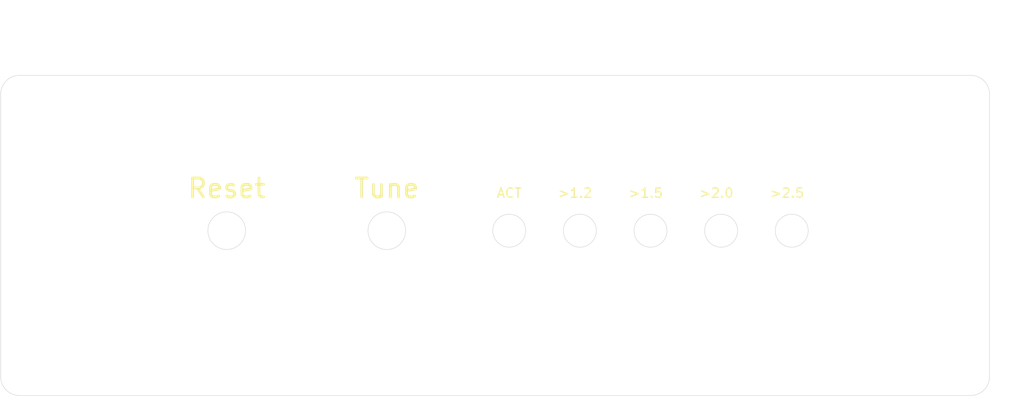
<source format=kicad_pcb>
(kicad_pcb (version 20171130) (host pcbnew 5.1.5+dfsg1-2build2)

  (general
    (thickness 1.6)
    (drawings 30)
    (tracks 0)
    (zones 0)
    (modules 4)
    (nets 1)
  )

  (page A4)
  (title_block
    (title Front)
    (date 2020-12-23)
    (rev "Rev. 0")
    (company DM3MAT)
  )

  (layers
    (0 F.Cu signal)
    (1 In1.Cu power hide)
    (2 In2.Cu power hide)
    (31 B.Cu signal)
    (32 B.Adhes user)
    (33 F.Adhes user)
    (34 B.Paste user)
    (35 F.Paste user)
    (36 B.SilkS user)
    (37 F.SilkS user)
    (38 B.Mask user)
    (39 F.Mask user)
    (40 Dwgs.User user)
    (41 Cmts.User user)
    (42 Eco1.User user)
    (43 Eco2.User user)
    (44 Edge.Cuts user)
    (45 Margin user)
    (46 B.CrtYd user)
    (47 F.CrtYd user)
    (48 B.Fab user)
    (49 F.Fab user)
  )

  (setup
    (last_trace_width 0.25)
    (trace_clearance 0.2)
    (zone_clearance 0.508)
    (zone_45_only no)
    (trace_min 0.2)
    (via_size 0.8)
    (via_drill 0.4)
    (via_min_size 0.4)
    (via_min_drill 0.3)
    (uvia_size 0.3)
    (uvia_drill 0.1)
    (uvias_allowed no)
    (uvia_min_size 0.2)
    (uvia_min_drill 0.1)
    (edge_width 0.05)
    (segment_width 0.2)
    (pcb_text_width 0.3)
    (pcb_text_size 1.5 1.5)
    (mod_edge_width 0.12)
    (mod_text_size 1 1)
    (mod_text_width 0.15)
    (pad_size 1.524 1.524)
    (pad_drill 0.762)
    (pad_to_mask_clearance 0.051)
    (solder_mask_min_width 0.25)
    (aux_axis_origin 205 100)
    (grid_origin 205 100)
    (visible_elements FFFFFF7F)
    (pcbplotparams
      (layerselection 0x010fc_ffffffff)
      (usegerberextensions false)
      (usegerberattributes false)
      (usegerberadvancedattributes false)
      (creategerberjobfile false)
      (excludeedgelayer true)
      (linewidth 0.100000)
      (plotframeref false)
      (viasonmask false)
      (mode 1)
      (useauxorigin false)
      (hpglpennumber 1)
      (hpglpenspeed 20)
      (hpglpendiameter 15.000000)
      (psnegative false)
      (psa4output false)
      (plotreference true)
      (plotvalue true)
      (plotinvisibletext false)
      (padsonsilk false)
      (subtractmaskfromsilk false)
      (outputformat 1)
      (mirror false)
      (drillshape 1)
      (scaleselection 1)
      (outputdirectory ""))
  )

  (net 0 "")

  (net_class Default "Dies ist die voreingestellte Netzklasse."
    (clearance 0.2)
    (trace_width 0.25)
    (via_dia 0.8)
    (via_drill 0.4)
    (uvia_dia 0.3)
    (uvia_drill 0.1)
  )

  (net_class PWR ""
    (clearance 0.2)
    (trace_width 0.5)
    (via_dia 0.8)
    (via_drill 0.4)
    (uvia_dia 0.3)
    (uvia_drill 0.1)
  )

  (module MountingHole:MountingHole_3.2mm_M3 (layer F.Cu) (tedit 56D1B4CB) (tstamp 5FE396EA)
    (at 199 69.5)
    (descr "Mounting Hole 3.2mm, no annular, M3")
    (tags "mounting hole 3.2mm no annular m3")
    (path /5FE4E312)
    (attr virtual)
    (fp_text reference H4 (at 0 -4.2) (layer F.SilkS) hide
      (effects (font (size 1 1) (thickness 0.15)))
    )
    (fp_text value MountingHole (at 0 4.2) (layer F.Fab)
      (effects (font (size 1 1) (thickness 0.15)))
    )
    (fp_circle (center 0 0) (end 3.45 0) (layer F.CrtYd) (width 0.05))
    (fp_circle (center 0 0) (end 3.2 0) (layer Cmts.User) (width 0.15))
    (fp_text user %R (at 0.3 0) (layer F.Fab)
      (effects (font (size 1 1) (thickness 0.15)))
    )
    (pad 1 np_thru_hole circle (at 0 0) (size 3.2 3.2) (drill 3.2) (layers *.Cu *.Mask))
  )

  (module MountingHole:MountingHole_3.2mm_M3 (layer F.Cu) (tedit 56D1B4CB) (tstamp 5FE39685)
    (at 106 69.5)
    (descr "Mounting Hole 3.2mm, no annular, M3")
    (tags "mounting hole 3.2mm no annular m3")
    (path /5FE4E07F)
    (attr virtual)
    (fp_text reference H3 (at 0 -4.2) (layer F.SilkS) hide
      (effects (font (size 1 1) (thickness 0.15)))
    )
    (fp_text value MountingHole (at 0 4.2) (layer F.Fab)
      (effects (font (size 1 1) (thickness 0.15)))
    )
    (fp_circle (center 0 0) (end 3.45 0) (layer F.CrtYd) (width 0.05))
    (fp_circle (center 0 0) (end 3.2 0) (layer Cmts.User) (width 0.15))
    (fp_text user %R (at 0.3 0) (layer F.Fab)
      (effects (font (size 1 1) (thickness 0.15)))
    )
    (pad 1 np_thru_hole circle (at 0 0) (size 3.2 3.2) (drill 3.2) (layers *.Cu *.Mask))
  )

  (module MountingHole:MountingHole_3.2mm_M3 (layer F.Cu) (tedit 56D1B4CB) (tstamp 5FE396A2)
    (at 199 96.5)
    (descr "Mounting Hole 3.2mm, no annular, M3")
    (tags "mounting hole 3.2mm no annular m3")
    (path /5FE4DCE3)
    (attr virtual)
    (fp_text reference H2 (at 0 -4.2) (layer F.SilkS) hide
      (effects (font (size 1 1) (thickness 0.15)))
    )
    (fp_text value MountingHole (at 0 4.2) (layer F.Fab)
      (effects (font (size 1 1) (thickness 0.15)))
    )
    (fp_circle (center 0 0) (end 3.45 0) (layer F.CrtYd) (width 0.05))
    (fp_circle (center 0 0) (end 3.2 0) (layer Cmts.User) (width 0.15))
    (fp_text user %R (at 0.3 0) (layer F.Fab)
      (effects (font (size 1 1) (thickness 0.15)))
    )
    (pad 1 np_thru_hole circle (at 0 0) (size 3.2 3.2) (drill 3.2) (layers *.Cu *.Mask))
  )

  (module MountingHole:MountingHole_3.2mm_M3 (layer F.Cu) (tedit 56D1B4CB) (tstamp 5FE39652)
    (at 106 96.5)
    (descr "Mounting Hole 3.2mm, no annular, M3")
    (tags "mounting hole 3.2mm no annular m3")
    (path /5FE4DBB2)
    (attr virtual)
    (fp_text reference H1 (at 0 -4.2) (layer F.SilkS) hide
      (effects (font (size 1 1) (thickness 0.15)))
    )
    (fp_text value MountingHole (at 0 4.2) (layer F.Fab)
      (effects (font (size 1 1) (thickness 0.15)))
    )
    (fp_circle (center 0 0) (end 3.45 0) (layer F.CrtYd) (width 0.05))
    (fp_circle (center 0 0) (end 3.2 0) (layer Cmts.User) (width 0.15))
    (fp_text user %R (at 0.3 0) (layer F.Fab)
      (effects (font (size 1 1) (thickness 0.15)))
    )
    (pad 1 np_thru_hole circle (at 0 0) (size 3.2 3.2) (drill 3.2) (layers *.Cu *.Mask))
  )

  (gr_text >2.5 (at 183.5 78.5) (layer F.SilkS)
    (effects (font (size 1 1) (thickness 0.15)))
  )
  (gr_text >2.0 (at 176 78.5) (layer F.SilkS)
    (effects (font (size 1 1) (thickness 0.15)))
  )
  (gr_text >1.5 (at 168.5 78.5) (layer F.SilkS)
    (effects (font (size 1 1) (thickness 0.15)))
  )
  (gr_text >1.2 (at 161 78.5) (layer F.SilkS)
    (effects (font (size 1 1) (thickness 0.15)))
  )
  (gr_text ACT (at 154 78.5) (layer F.SilkS)
    (effects (font (size 1 1) (thickness 0.15)))
  )
  (gr_text Tune (at 141 78) (layer F.SilkS) (tstamp 5FE399DC)
    (effects (font (size 2 2) (thickness 0.3)))
  )
  (gr_text Reset (at 124 78) (layer F.SilkS)
    (effects (font (size 2 2) (thickness 0.3)))
  )
  (gr_circle (center 184 82.5) (end 185.75 82.5) (layer Edge.Cuts) (width 0.05) (tstamp 5FE39995))
  (gr_circle (center 176.5 82.5) (end 178.25 82.5) (layer Edge.Cuts) (width 0.05) (tstamp 5FE399D1))
  (gr_circle (center 169 82.5) (end 170.75 82.5) (layer Edge.Cuts) (width 0.05) (tstamp 5FE399CC))
  (gr_circle (center 161.5 82.5) (end 163.25 82.5) (layer Edge.Cuts) (width 0.05) (tstamp 5FE399C6))
  (gr_circle (center 154 82.5) (end 155.75 82.5) (layer Edge.Cuts) (width 0.05) (tstamp 5FE399C1))
  (gr_circle (center 141 82.5) (end 143 82.5) (layer Edge.Cuts) (width 0.05) (tstamp 5FE3998B))
  (gr_circle (center 124 82.5) (end 126 82.5) (layer Edge.Cuts) (width 0.05) (tstamp 5FE39984))
  (dimension 7.5 (width 0.15) (layer Dwgs.User)
    (gr_text "7,500 mm" (at 180.25 63.2) (layer Dwgs.User)
      (effects (font (size 1 1) (thickness 0.15)))
    )
    (feature1 (pts (xy 184 66) (xy 184 63.913579)))
    (feature2 (pts (xy 176.5 66) (xy 176.5 63.913579)))
    (crossbar (pts (xy 176.5 64.5) (xy 184 64.5)))
    (arrow1a (pts (xy 184 64.5) (xy 182.873496 65.086421)))
    (arrow1b (pts (xy 184 64.5) (xy 182.873496 63.913579)))
    (arrow2a (pts (xy 176.5 64.5) (xy 177.626504 65.086421)))
    (arrow2b (pts (xy 176.5 64.5) (xy 177.626504 63.913579)))
  )
  (dimension 7.5 (width 0.15) (layer Dwgs.User)
    (gr_text "7,500 mm" (at 172.75 63.2) (layer Dwgs.User)
      (effects (font (size 1 1) (thickness 0.15)))
    )
    (feature1 (pts (xy 176.5 66) (xy 176.5 63.913579)))
    (feature2 (pts (xy 169 66) (xy 169 63.913579)))
    (crossbar (pts (xy 169 64.5) (xy 176.5 64.5)))
    (arrow1a (pts (xy 176.5 64.5) (xy 175.373496 65.086421)))
    (arrow1b (pts (xy 176.5 64.5) (xy 175.373496 63.913579)))
    (arrow2a (pts (xy 169 64.5) (xy 170.126504 65.086421)))
    (arrow2b (pts (xy 169 64.5) (xy 170.126504 63.913579)))
  )
  (dimension 7.5 (width 0.15) (layer Dwgs.User)
    (gr_text "7,500 mm" (at 165.25 63.2) (layer Dwgs.User)
      (effects (font (size 1 1) (thickness 0.15)))
    )
    (feature1 (pts (xy 169 66) (xy 169 63.913579)))
    (feature2 (pts (xy 161.5 66) (xy 161.5 63.913579)))
    (crossbar (pts (xy 161.5 64.5) (xy 169 64.5)))
    (arrow1a (pts (xy 169 64.5) (xy 167.873496 65.086421)))
    (arrow1b (pts (xy 169 64.5) (xy 167.873496 63.913579)))
    (arrow2a (pts (xy 161.5 64.5) (xy 162.626504 65.086421)))
    (arrow2b (pts (xy 161.5 64.5) (xy 162.626504 63.913579)))
  )
  (dimension 7.5 (width 0.15) (layer Dwgs.User)
    (gr_text "7,500 mm" (at 157.75 63.2) (layer Dwgs.User)
      (effects (font (size 1 1) (thickness 0.15)))
    )
    (feature1 (pts (xy 161.5 66) (xy 161.5 63.913579)))
    (feature2 (pts (xy 154 66) (xy 154 63.913579)))
    (crossbar (pts (xy 154 64.5) (xy 161.5 64.5)))
    (arrow1a (pts (xy 161.5 64.5) (xy 160.373496 65.086421)))
    (arrow1b (pts (xy 161.5 64.5) (xy 160.373496 63.913579)))
    (arrow2a (pts (xy 154 64.5) (xy 155.126504 65.086421)))
    (arrow2b (pts (xy 154 64.5) (xy 155.126504 63.913579)))
  )
  (dimension 54 (width 0.15) (layer Dwgs.User)
    (gr_text "54,000 mm" (at 127 58.7) (layer Dwgs.User)
      (effects (font (size 1 1) (thickness 0.15)))
    )
    (feature1 (pts (xy 154 66) (xy 154 59.413579)))
    (feature2 (pts (xy 100 66) (xy 100 59.413579)))
    (crossbar (pts (xy 100 60) (xy 154 60)))
    (arrow1a (pts (xy 154 60) (xy 152.873496 60.586421)))
    (arrow1b (pts (xy 154 60) (xy 152.873496 59.413579)))
    (arrow2a (pts (xy 100 60) (xy 101.126504 60.586421)))
    (arrow2b (pts (xy 100 60) (xy 101.126504 59.413579)))
  )
  (dimension 41 (width 0.15) (layer Dwgs.User)
    (gr_text "41,000 mm" (at 120.5 61.2) (layer Dwgs.User)
      (effects (font (size 1 1) (thickness 0.15)))
    )
    (feature1 (pts (xy 141 66) (xy 141 61.913579)))
    (feature2 (pts (xy 100 66) (xy 100 61.913579)))
    (crossbar (pts (xy 100 62.5) (xy 141 62.5)))
    (arrow1a (pts (xy 141 62.5) (xy 139.873496 63.086421)))
    (arrow1b (pts (xy 141 62.5) (xy 139.873496 61.913579)))
    (arrow2a (pts (xy 100 62.5) (xy 101.126504 63.086421)))
    (arrow2b (pts (xy 100 62.5) (xy 101.126504 61.913579)))
  )
  (dimension 24 (width 0.15) (layer Dwgs.User)
    (gr_text "24,000 mm" (at 112 63.7) (layer Dwgs.User)
      (effects (font (size 1 1) (thickness 0.15)))
    )
    (feature1 (pts (xy 124 66) (xy 124 64.413579)))
    (feature2 (pts (xy 100 66) (xy 100 64.413579)))
    (crossbar (pts (xy 100 65) (xy 124 65)))
    (arrow1a (pts (xy 124 65) (xy 122.873496 65.586421)))
    (arrow1b (pts (xy 124 65) (xy 122.873496 64.413579)))
    (arrow2a (pts (xy 100 65) (xy 101.126504 65.586421)))
    (arrow2b (pts (xy 100 65) (xy 101.126504 64.413579)))
  )
  (dimension 17 (width 0.15) (layer Dwgs.User)
    (gr_text "17,000 mm" (at 207.3 74 270) (layer Dwgs.User)
      (effects (font (size 1 1) (thickness 0.15)))
    )
    (feature1 (pts (xy 205 82.5) (xy 206.586421 82.5)))
    (feature2 (pts (xy 205 65.5) (xy 206.586421 65.5)))
    (crossbar (pts (xy 206 65.5) (xy 206 82.5)))
    (arrow1a (pts (xy 206 82.5) (xy 205.413579 81.373496)))
    (arrow1b (pts (xy 206 82.5) (xy 206.586421 81.373496)))
    (arrow2a (pts (xy 206 65.5) (xy 205.413579 66.626504)))
    (arrow2b (pts (xy 206 65.5) (xy 206.586421 66.626504)))
  )
  (gr_arc (start 203 68) (end 205 68) (angle -90) (layer Edge.Cuts) (width 0.05))
  (gr_arc (start 102 68) (end 102 66) (angle -90) (layer Edge.Cuts) (width 0.05))
  (gr_arc (start 102 98) (end 100 98) (angle -90) (layer Edge.Cuts) (width 0.05))
  (gr_arc (start 203 98) (end 203 100) (angle -90) (layer Edge.Cuts) (width 0.05))
  (gr_line (start 205 98) (end 205 68) (layer Edge.Cuts) (width 0.05))
  (gr_line (start 100 68) (end 100 98) (layer Edge.Cuts) (width 0.05) (tstamp 5FE3959A))
  (gr_line (start 203 66) (end 102 66) (layer Edge.Cuts) (width 0.05))
  (gr_line (start 102 100) (end 203 100) (layer Edge.Cuts) (width 0.05))

)

</source>
